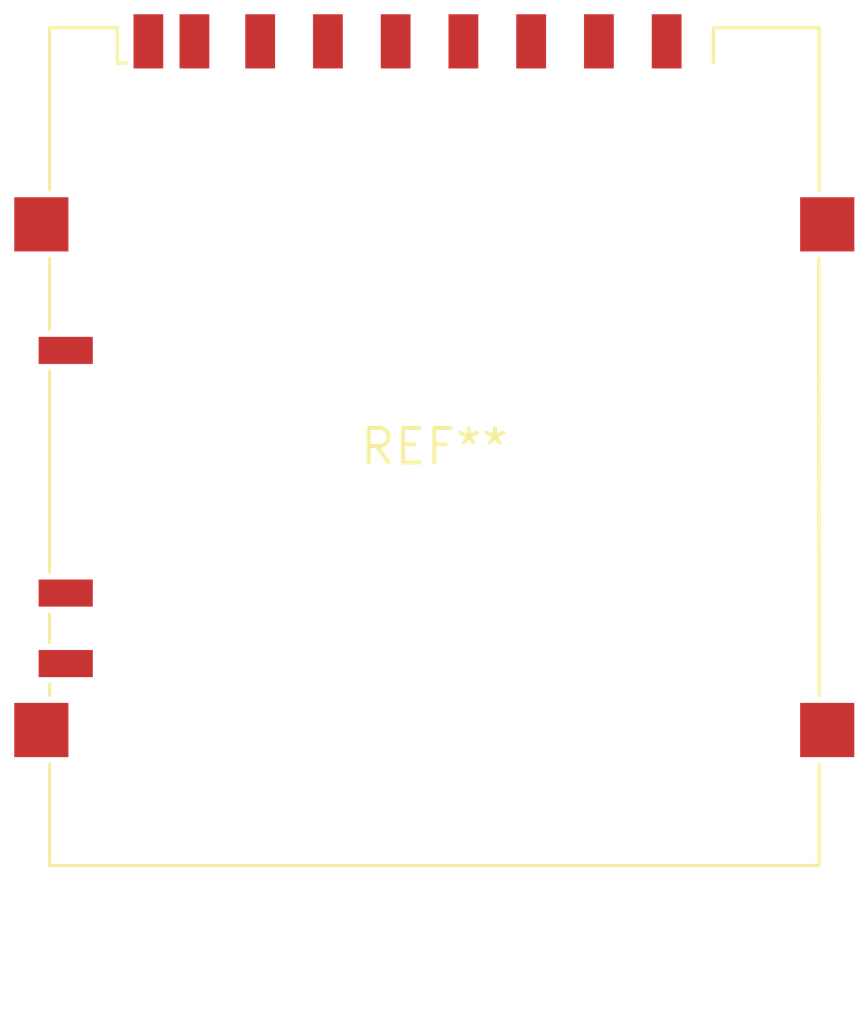
<source format=kicad_pcb>
(kicad_pcb (version 20240108) (generator pcbnew)
  (layers (0 "F.Cu" signal) (31 "B.Cu" signal) (34 "B.Paste" user) (35 "F.Paste" user) (36 "B.SilkS" user "B.Silkscreen") (37 "F.SilkS" user "F.Silkscreen") (38 "B.Mask" user) (39 "F.Mask" user) (44 "Edge.Cuts" user))
  (net 0 "")
  (footprint "SD_Hirose_DM1AA_SF_PEJ82" (layer "F.Cu") (at 0 0)
    (property "Reference" "REF**")
    (property "Value" "SD_Hirose_DM1AA_SF_PEJ82")
    (fp_line (start -14.2 -15.45) (end -11.7 -15.45) (layer "F.SilkS") (stroke (width 0.12)))
    (fp_line (start -14.2 -9.46) (end -14.2 -15.45) (layer "F.SilkS") (stroke (width 0.12)))
    (fp_line (start -14.2 -4.31) (end -14.2 -6.94) (layer "F.SilkS") (stroke (width 0.12)))
    (fp_line (start -14.2 4.63) (end -14.2 -2.79) (layer "F.SilkS") (stroke (width 0.12)))
    (fp_line (start -14.2 7.24) (end -14.2 6.16) (layer "F.SilkS") (stroke (width 0.12)))
    (fp_line (start -14.2 9.19) (end -14.2 8.76) (layer "F.SilkS") (stroke (width 0.12)))
    (fp_line (start -14.2 15.45) (end -14.2 11.71) (layer "F.SilkS") (stroke (width 0.12)))
    (fp_line (start -11.7 -15.45) (end -11.7 -14.15) (layer "F.SilkS") (stroke (width 0.12)))
    (fp_line (start -11.7 -14.15) (end -11.36 -14.15) (layer "F.SilkS") (stroke (width 0.12)))
    (fp_line (start 10.3 -15.45) (end 10.3 -14.15) (layer "F.SilkS") (stroke (width 0.12)))
    (fp_line (start 14.19 -6.94) (end 14.2 9.19) (layer "F.SilkS") (stroke (width 0.12)))
    (fp_line (start 14.2 -15.45) (end 10.3 -15.45) (layer "F.SilkS") (stroke (width 0.12)))
    (fp_line (start 14.2 -15.45) (end 14.2 -9.46) (layer "F.SilkS") (stroke (width 0.12)))
    (fp_line (start 14.2 11.71) (end 14.2 15.45) (layer "F.SilkS") (stroke (width 0.12)))
    (fp_line (start 14.2 15.45) (end -14.2 15.45) (layer "F.SilkS") (stroke (width 0.12)))
    (pad "" np_thru_hole circle (at -11.9 -12.75) (size 1.3 1.3) (drill 1.3) (layers *.Cu *.Mask))
    (pad "" np_thru_hole circle (at 10.5 -12.75) (size 1.3 1.3) (drill 1.3) (layers *.Cu *.Mask))
    (pad "1" smd rect (at 6.075 -14.95) (size 1.1 2) (layers "F.Cu" "F.Paste" "F.Mask"))
    (pad "2" smd rect (at 3.575 -14.95) (size 1.1 2) (layers "F.Cu" "F.Paste" "F.Mask"))
    (pad "3" smd rect (at 1.075 -14.95) (size 1.1 2) (layers "F.Cu" "F.Paste" "F.Mask"))
    (pad "4" smd rect (at -1.425 -14.95) (size 1.1 2) (layers "F.Cu" "F.Paste" "F.Mask"))
    (pad "5" smd rect (at -3.925 -14.95) (size 1.1 2) (layers "F.Cu" "F.Paste" "F.Mask"))
    (pad "6" smd rect (at -6.425 -14.95) (size 1.1 2) (layers "F.Cu" "F.Paste" "F.Mask"))
    (pad "7" smd rect (at -8.85 -14.95) (size 1.1 2) (layers "F.Cu" "F.Paste" "F.Mask"))
    (pad "8" smd rect (at -10.55 -14.95) (size 1.1 2) (layers "F.Cu" "F.Paste" "F.Mask"))
    (pad "9" smd rect (at 8.575 -14.95) (size 1.1 2) (layers "F.Cu" "F.Paste" "F.Mask"))
    (pad "CP" smd rect (at -13.6 -3.55) (size 2 1) (layers "F.Cu" "F.Paste" "F.Mask"))
    (pad "SH" smd rect (at -14.5 -8.2) (size 2 2) (layers "F.Cu" "F.Paste" "F.Mask"))
    (pad "SH" smd rect (at -14.5 10.45) (size 2 2) (layers "F.Cu" "F.Paste" "F.Mask"))
    (pad "SH" smd rect (at 14.5 -8.2) (size 2 2) (layers "F.Cu" "F.Paste" "F.Mask"))
    (pad "SH" smd rect (at 14.5 10.45) (size 2 2) (layers "F.Cu" "F.Paste" "F.Mask"))
    (pad "SW" smd rect (at -13.6 8) (size 2 1) (layers "F.Cu" "F.Paste" "F.Mask"))
    (pad "WP" smd rect (at -13.6 5.4) (size 2 1) (layers "F.Cu" "F.Paste" "F.Mask"))
  )
)
</source>
